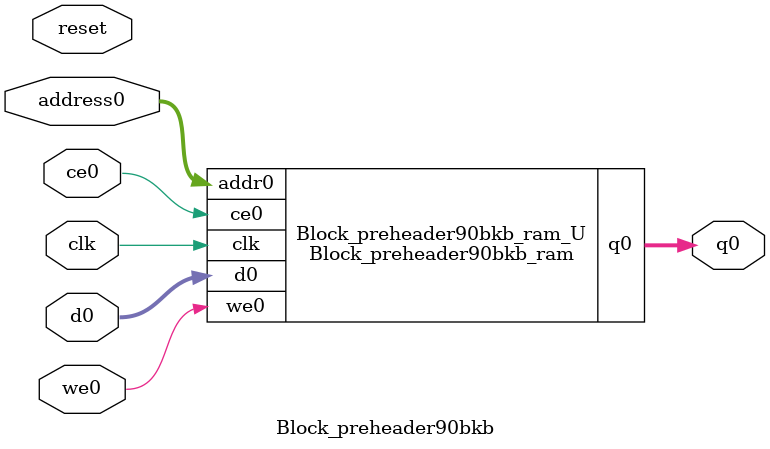
<source format=v>
`timescale 1 ns / 1 ps
module Block_preheader90bkb_ram (addr0, ce0, d0, we0, q0,  clk);

parameter DWIDTH = 8;
parameter AWIDTH = 16;
parameter MEM_SIZE = 52164;

input[AWIDTH-1:0] addr0;
input ce0;
input[DWIDTH-1:0] d0;
input we0;
output reg[DWIDTH-1:0] q0;
input clk;

(* ram_style = "block" *)reg [DWIDTH-1:0] ram[0:MEM_SIZE-1];




always @(posedge clk)  
begin 
    if (ce0) begin
        if (we0) 
            ram[addr0] <= d0; 
        q0 <= ram[addr0];
    end
end


endmodule

`timescale 1 ns / 1 ps
module Block_preheader90bkb(
    reset,
    clk,
    address0,
    ce0,
    we0,
    d0,
    q0);

parameter DataWidth = 32'd8;
parameter AddressRange = 32'd52164;
parameter AddressWidth = 32'd16;
input reset;
input clk;
input[AddressWidth - 1:0] address0;
input ce0;
input we0;
input[DataWidth - 1:0] d0;
output[DataWidth - 1:0] q0;



Block_preheader90bkb_ram Block_preheader90bkb_ram_U(
    .clk( clk ),
    .addr0( address0 ),
    .ce0( ce0 ),
    .we0( we0 ),
    .d0( d0 ),
    .q0( q0 ));

endmodule


</source>
